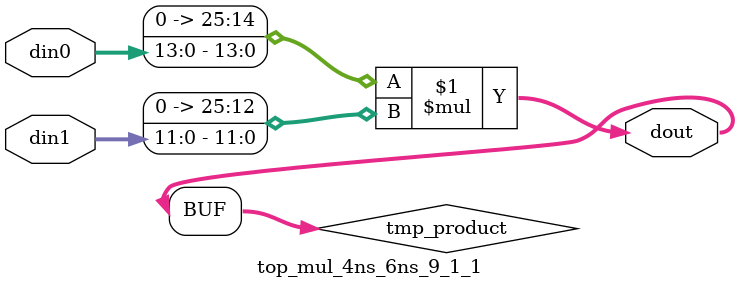
<source format=v>

`timescale 1 ns / 1 ps

 module top_mul_4ns_6ns_9_1_1(din0, din1, dout);
parameter ID = 1;
parameter NUM_STAGE = 0;
parameter din0_WIDTH = 14;
parameter din1_WIDTH = 12;
parameter dout_WIDTH = 26;

input [din0_WIDTH - 1 : 0] din0; 
input [din1_WIDTH - 1 : 0] din1; 
output [dout_WIDTH - 1 : 0] dout;

wire signed [dout_WIDTH - 1 : 0] tmp_product;
























assign tmp_product = $signed({1'b0, din0}) * $signed({1'b0, din1});











assign dout = tmp_product;





















endmodule

</source>
